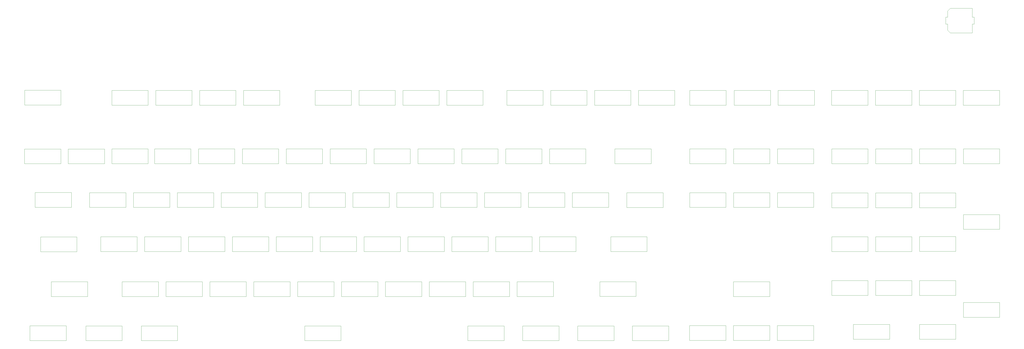
<source format=gbr>
%TF.GenerationSoftware,KiCad,Pcbnew,(5.1.10)-1*%
%TF.CreationDate,2021-09-27T00:49:37+10:00*%
%TF.ProjectId,RedPyKeeb_mainboard,52656450-794b-4656-9562-5f6d61696e62,rev?*%
%TF.SameCoordinates,Original*%
%TF.FileFunction,Other,User*%
%FSLAX46Y46*%
G04 Gerber Fmt 4.6, Leading zero omitted, Abs format (unit mm)*
G04 Created by KiCad (PCBNEW (5.1.10)-1) date 2021-09-27 00:49:37*
%MOMM*%
%LPD*%
G01*
G04 APERTURE LIST*
%ADD10C,0.050000*%
G04 APERTURE END LIST*
D10*
%TO.C,K19\u002C6*%
X447750600Y-155995600D02*
X447750600Y-149495600D01*
X447750600Y-149495600D02*
X431770600Y-149495600D01*
X431770600Y-149495600D02*
X431770600Y-155995600D01*
X431770600Y-155995600D02*
X447750600Y-155995600D01*
%TO.C,C6*%
X435688700Y-30774600D02*
X435688700Y-26874600D01*
X435688700Y-26874600D02*
X436538700Y-26874600D01*
X436538700Y-26874600D02*
X436538700Y-23874600D01*
X436538700Y-23874600D02*
X435688700Y-23874600D01*
X435688700Y-23874600D02*
X435688700Y-19974600D01*
X426038700Y-19974600D02*
X435688700Y-19974600D01*
X426038700Y-30774600D02*
X435688700Y-30774600D01*
X424888700Y-21124600D02*
X426038700Y-19974600D01*
X424888700Y-29624600D02*
X426038700Y-30774600D01*
X424888700Y-29624600D02*
X424888700Y-26874600D01*
X424888700Y-23874600D02*
X424888700Y-21124600D01*
X424888700Y-26874600D02*
X424038700Y-26874600D01*
X424038700Y-26874600D02*
X424038700Y-23874600D01*
X424038700Y-23874600D02*
X424888700Y-23874600D01*
%TO.C,K7\u002C0*%
X201202960Y-62587100D02*
X201202960Y-56087100D01*
X201202960Y-56087100D02*
X185222960Y-56087100D01*
X185222960Y-56087100D02*
X185222960Y-62587100D01*
X185222960Y-62587100D02*
X201202960Y-62587100D01*
%TO.C,K12\u002C3*%
X292658200Y-127052300D02*
X292658200Y-120552300D01*
X292658200Y-120552300D02*
X276678200Y-120552300D01*
X276678200Y-120552300D02*
X276678200Y-127052300D01*
X276678200Y-127052300D02*
X292658200Y-127052300D01*
%TO.C,K16\u002C1*%
X365962600Y-88368100D02*
X365962600Y-81868100D01*
X365962600Y-81868100D02*
X349982600Y-81868100D01*
X349982600Y-81868100D02*
X349982600Y-88368100D01*
X349982600Y-88368100D02*
X365962600Y-88368100D01*
%TO.C,K14\u002C1*%
X327354600Y-88368100D02*
X327354600Y-81868100D01*
X327354600Y-81868100D02*
X311374600Y-81868100D01*
X311374600Y-81868100D02*
X311374600Y-88368100D01*
X311374600Y-88368100D02*
X327354600Y-88368100D01*
%TO.C,K3\u002C2*%
X102031200Y-107608600D02*
X102031200Y-101108600D01*
X102031200Y-101108600D02*
X86051200Y-101108600D01*
X86051200Y-101108600D02*
X86051200Y-107608600D01*
X86051200Y-107608600D02*
X102031200Y-107608600D01*
%TO.C,K8\u002C0*%
X220506960Y-62587100D02*
X220506960Y-56087100D01*
X220506960Y-56087100D02*
X204526960Y-56087100D01*
X204526960Y-56087100D02*
X204526960Y-62587100D01*
X204526960Y-62587100D02*
X220506960Y-62587100D01*
%TO.C,K0\u002C2*%
X39483700Y-107583200D02*
X39483700Y-101083200D01*
X39483700Y-101083200D02*
X23503700Y-101083200D01*
X23503700Y-101083200D02*
X23503700Y-107583200D01*
X23503700Y-107583200D02*
X39483700Y-107583200D01*
%TO.C,K18\u002C4*%
X428446600Y-126976100D02*
X428446600Y-120476100D01*
X428446600Y-120476100D02*
X412466600Y-120476100D01*
X412466600Y-120476100D02*
X412466600Y-126976100D01*
X412466600Y-126976100D02*
X428446600Y-126976100D01*
%TO.C,K10\u002C3*%
X242048700Y-127039600D02*
X242048700Y-120539600D01*
X242048700Y-120539600D02*
X226068700Y-120539600D01*
X226068700Y-120539600D02*
X226068700Y-127039600D01*
X226068700Y-127039600D02*
X242048700Y-127039600D01*
%TO.C,K13\u002C1*%
X294499700Y-88317300D02*
X294499700Y-81817300D01*
X294499700Y-81817300D02*
X278519700Y-81817300D01*
X278519700Y-81817300D02*
X278519700Y-88317300D01*
X278519700Y-88317300D02*
X294499700Y-88317300D01*
%TO.C,K19\u002C4*%
X447750600Y-117260600D02*
X447750600Y-110760600D01*
X447750600Y-110760600D02*
X431770600Y-110760600D01*
X431770600Y-110760600D02*
X431770600Y-117260600D01*
X431770600Y-117260600D02*
X447750600Y-117260600D01*
%TO.C,K11\u002C4*%
X287832200Y-146800800D02*
X287832200Y-140300800D01*
X287832200Y-140300800D02*
X271852200Y-140300800D01*
X271852200Y-140300800D02*
X271852200Y-146800800D01*
X271852200Y-146800800D02*
X287832200Y-146800800D01*
%TO.C,K0\u002C0*%
X34848200Y-62536300D02*
X34848200Y-56036300D01*
X34848200Y-56036300D02*
X18868200Y-56036300D01*
X18868200Y-56036300D02*
X18868200Y-62536300D01*
X18868200Y-62536300D02*
X34848200Y-62536300D01*
%TO.C,K0\u002C1*%
X34784700Y-88380800D02*
X34784700Y-81880800D01*
X34784700Y-81880800D02*
X18804700Y-81880800D01*
X18804700Y-81880800D02*
X18804700Y-88380800D01*
X18804700Y-88380800D02*
X34784700Y-88380800D01*
%TO.C,K0\u002C5*%
X37197700Y-166231800D02*
X37197700Y-159731800D01*
X37197700Y-159731800D02*
X21217700Y-159731800D01*
X21217700Y-159731800D02*
X21217700Y-166231800D01*
X21217700Y-166231800D02*
X37197700Y-166231800D01*
%TO.C,K0\u002C4*%
X46595700Y-146864300D02*
X46595700Y-140364300D01*
X46595700Y-140364300D02*
X30615700Y-140364300D01*
X30615700Y-140364300D02*
X30615700Y-146864300D01*
X30615700Y-146864300D02*
X46595700Y-146864300D01*
%TO.C,K0\u002C3*%
X41871300Y-127090400D02*
X41871300Y-120590400D01*
X41871300Y-120590400D02*
X25891300Y-120590400D01*
X25891300Y-120590400D02*
X25891300Y-127090400D01*
X25891300Y-127090400D02*
X41871300Y-127090400D01*
%TO.C,K1\u002C4*%
X77710700Y-146851600D02*
X77710700Y-140351600D01*
X77710700Y-140351600D02*
X61730700Y-140351600D01*
X61730700Y-140351600D02*
X61730700Y-146851600D01*
X61730700Y-146851600D02*
X77710700Y-146851600D01*
%TO.C,K1\u002C5*%
X61772200Y-166282600D02*
X61772200Y-159782600D01*
X61772200Y-159782600D02*
X45792200Y-159782600D01*
X45792200Y-159782600D02*
X45792200Y-166282600D01*
X45792200Y-166282600D02*
X61772200Y-166282600D01*
%TO.C,K1\u002C3*%
X68312700Y-127039600D02*
X68312700Y-120539600D01*
X68312700Y-120539600D02*
X52332700Y-120539600D01*
X52332700Y-120539600D02*
X52332700Y-127039600D01*
X52332700Y-127039600D02*
X68312700Y-127039600D01*
%TO.C,K1\u002C2*%
X63423200Y-107608600D02*
X63423200Y-101108600D01*
X63423200Y-101108600D02*
X47443200Y-101108600D01*
X47443200Y-101108600D02*
X47443200Y-107608600D01*
X47443200Y-107608600D02*
X63423200Y-107608600D01*
%TO.C,K1\u002C1*%
X53999800Y-88380800D02*
X53999800Y-81880800D01*
X53999800Y-81880800D02*
X38019800Y-81880800D01*
X38019800Y-81880800D02*
X38019800Y-88380800D01*
X38019800Y-88380800D02*
X53999800Y-88380800D01*
%TO.C,K1\u002C0*%
X73186960Y-62587100D02*
X73186960Y-56087100D01*
X73186960Y-56087100D02*
X57206960Y-56087100D01*
X57206960Y-56087100D02*
X57206960Y-62587100D01*
X57206960Y-62587100D02*
X73186960Y-62587100D01*
%TO.C,K2\u002C5*%
X86156200Y-166282600D02*
X86156200Y-159782600D01*
X86156200Y-159782600D02*
X70176200Y-159782600D01*
X70176200Y-159782600D02*
X70176200Y-166282600D01*
X70176200Y-166282600D02*
X86156200Y-166282600D01*
%TO.C,K2\u002C3*%
X87616700Y-127039600D02*
X87616700Y-120539600D01*
X87616700Y-120539600D02*
X71636700Y-120539600D01*
X71636700Y-120539600D02*
X71636700Y-127039600D01*
X71636700Y-127039600D02*
X87616700Y-127039600D01*
%TO.C,K2\u002C1*%
X73202200Y-88368100D02*
X73202200Y-81868100D01*
X73202200Y-81868100D02*
X57222200Y-81868100D01*
X57222200Y-81868100D02*
X57222200Y-88368100D01*
X57222200Y-88368100D02*
X73202200Y-88368100D01*
%TO.C,K2\u002C4*%
X97014700Y-146851600D02*
X97014700Y-140351600D01*
X97014700Y-140351600D02*
X81034700Y-140351600D01*
X81034700Y-140351600D02*
X81034700Y-146851600D01*
X81034700Y-146851600D02*
X97014700Y-146851600D01*
%TO.C,K2\u002C2*%
X82727200Y-107608600D02*
X82727200Y-101108600D01*
X82727200Y-101108600D02*
X66747200Y-101108600D01*
X66747200Y-101108600D02*
X66747200Y-107608600D01*
X66747200Y-107608600D02*
X82727200Y-107608600D01*
%TO.C,K2\u002C0*%
X92490960Y-62587100D02*
X92490960Y-56087100D01*
X92490960Y-56087100D02*
X76510960Y-56087100D01*
X76510960Y-56087100D02*
X76510960Y-62587100D01*
X76510960Y-62587100D02*
X92490960Y-62587100D01*
%TO.C,K3\u002C5*%
X158038200Y-166282600D02*
X158038200Y-159782600D01*
X158038200Y-159782600D02*
X142058200Y-159782600D01*
X142058200Y-159782600D02*
X142058200Y-166282600D01*
X142058200Y-166282600D02*
X158038200Y-166282600D01*
%TO.C,K3\u002C4*%
X116318700Y-146851600D02*
X116318700Y-140351600D01*
X116318700Y-140351600D02*
X100338700Y-140351600D01*
X100338700Y-140351600D02*
X100338700Y-146851600D01*
X100338700Y-146851600D02*
X116318700Y-146851600D01*
%TO.C,K3\u002C1*%
X91998200Y-88368100D02*
X91998200Y-81868100D01*
X91998200Y-81868100D02*
X76018200Y-81868100D01*
X76018200Y-81868100D02*
X76018200Y-88368100D01*
X76018200Y-88368100D02*
X91998200Y-88368100D01*
%TO.C,K3\u002C0*%
X111794960Y-62587100D02*
X111794960Y-56087100D01*
X111794960Y-56087100D02*
X95814960Y-56087100D01*
X95814960Y-56087100D02*
X95814960Y-62587100D01*
X95814960Y-62587100D02*
X111794960Y-62587100D01*
%TO.C,K3\u002C3*%
X106920700Y-127039600D02*
X106920700Y-120539600D01*
X106920700Y-120539600D02*
X90940700Y-120539600D01*
X90940700Y-120539600D02*
X90940700Y-127039600D01*
X90940700Y-127039600D02*
X106920700Y-127039600D01*
%TO.C,K4\u002C1*%
X111302200Y-88368100D02*
X111302200Y-81868100D01*
X111302200Y-81868100D02*
X95322200Y-81868100D01*
X95322200Y-81868100D02*
X95322200Y-88368100D01*
X95322200Y-88368100D02*
X111302200Y-88368100D01*
%TO.C,K4\u002C2*%
X121335200Y-107608600D02*
X121335200Y-101108600D01*
X121335200Y-101108600D02*
X105355200Y-101108600D01*
X105355200Y-101108600D02*
X105355200Y-107608600D01*
X105355200Y-107608600D02*
X121335200Y-107608600D01*
%TO.C,K4\u002C3*%
X126224700Y-127039600D02*
X126224700Y-120539600D01*
X126224700Y-120539600D02*
X110244700Y-120539600D01*
X110244700Y-120539600D02*
X110244700Y-127039600D01*
X110244700Y-127039600D02*
X126224700Y-127039600D01*
%TO.C,K4\u002C4*%
X135622700Y-146851600D02*
X135622700Y-140351600D01*
X135622700Y-140351600D02*
X119642700Y-140351600D01*
X119642700Y-140351600D02*
X119642700Y-146851600D01*
X119642700Y-146851600D02*
X135622700Y-146851600D01*
%TO.C,K4\u002C0*%
X131098960Y-62587100D02*
X131098960Y-56087100D01*
X131098960Y-56087100D02*
X115118960Y-56087100D01*
X115118960Y-56087100D02*
X115118960Y-62587100D01*
X115118960Y-62587100D02*
X131098960Y-62587100D01*
%TO.C,K5\u002C0*%
X162594960Y-62587100D02*
X162594960Y-56087100D01*
X162594960Y-56087100D02*
X146614960Y-56087100D01*
X146614960Y-56087100D02*
X146614960Y-62587100D01*
X146614960Y-62587100D02*
X162594960Y-62587100D01*
%TO.C,K5\u002C2*%
X140639200Y-107608600D02*
X140639200Y-101108600D01*
X140639200Y-101108600D02*
X124659200Y-101108600D01*
X124659200Y-101108600D02*
X124659200Y-107608600D01*
X124659200Y-107608600D02*
X140639200Y-107608600D01*
%TO.C,K5\u002C1*%
X130606200Y-88368100D02*
X130606200Y-81868100D01*
X130606200Y-81868100D02*
X114626200Y-81868100D01*
X114626200Y-81868100D02*
X114626200Y-88368100D01*
X114626200Y-88368100D02*
X130606200Y-88368100D01*
%TO.C,K5\u002C3*%
X145528700Y-127039600D02*
X145528700Y-120539600D01*
X145528700Y-120539600D02*
X129548700Y-120539600D01*
X129548700Y-120539600D02*
X129548700Y-127039600D01*
X129548700Y-127039600D02*
X145528700Y-127039600D01*
%TO.C,K5\u002C4*%
X154926700Y-146851600D02*
X154926700Y-140351600D01*
X154926700Y-140351600D02*
X138946700Y-140351600D01*
X138946700Y-140351600D02*
X138946700Y-146851600D01*
X138946700Y-146851600D02*
X154926700Y-146851600D01*
%TO.C,K6\u002C3*%
X164832700Y-127039600D02*
X164832700Y-120539600D01*
X164832700Y-120539600D02*
X148852700Y-120539600D01*
X148852700Y-120539600D02*
X148852700Y-127039600D01*
X148852700Y-127039600D02*
X164832700Y-127039600D01*
%TO.C,K6\u002C4*%
X174230700Y-146851600D02*
X174230700Y-140351600D01*
X174230700Y-140351600D02*
X158250700Y-140351600D01*
X158250700Y-140351600D02*
X158250700Y-146851600D01*
X158250700Y-146851600D02*
X174230700Y-146851600D01*
%TO.C,K6\u002C1*%
X149910200Y-88368100D02*
X149910200Y-81868100D01*
X149910200Y-81868100D02*
X133930200Y-81868100D01*
X133930200Y-81868100D02*
X133930200Y-88368100D01*
X133930200Y-88368100D02*
X149910200Y-88368100D01*
%TO.C,K6\u002C2*%
X159943200Y-107608600D02*
X159943200Y-101108600D01*
X159943200Y-101108600D02*
X143963200Y-101108600D01*
X143963200Y-101108600D02*
X143963200Y-107608600D01*
X143963200Y-107608600D02*
X159943200Y-107608600D01*
%TO.C,K6\u002C0*%
X181898960Y-62587100D02*
X181898960Y-56087100D01*
X181898960Y-56087100D02*
X165918960Y-56087100D01*
X165918960Y-56087100D02*
X165918960Y-62587100D01*
X165918960Y-62587100D02*
X181898960Y-62587100D01*
%TO.C,K7\u002C2*%
X179247200Y-107608600D02*
X179247200Y-101108600D01*
X179247200Y-101108600D02*
X163267200Y-101108600D01*
X163267200Y-101108600D02*
X163267200Y-107608600D01*
X163267200Y-107608600D02*
X179247200Y-107608600D01*
%TO.C,K7\u002C1*%
X169214200Y-88368100D02*
X169214200Y-81868100D01*
X169214200Y-81868100D02*
X153234200Y-81868100D01*
X153234200Y-81868100D02*
X153234200Y-88368100D01*
X153234200Y-88368100D02*
X169214200Y-88368100D01*
%TO.C,K7\u002C3*%
X184136700Y-127039600D02*
X184136700Y-120539600D01*
X184136700Y-120539600D02*
X168156700Y-120539600D01*
X168156700Y-120539600D02*
X168156700Y-127039600D01*
X168156700Y-127039600D02*
X184136700Y-127039600D01*
%TO.C,K7\u002C4*%
X193534700Y-146851600D02*
X193534700Y-140351600D01*
X193534700Y-140351600D02*
X177554700Y-140351600D01*
X177554700Y-140351600D02*
X177554700Y-146851600D01*
X177554700Y-146851600D02*
X193534700Y-146851600D01*
%TO.C,K8\u002C1*%
X188518200Y-88368100D02*
X188518200Y-81868100D01*
X188518200Y-81868100D02*
X172538200Y-81868100D01*
X172538200Y-81868100D02*
X172538200Y-88368100D01*
X172538200Y-88368100D02*
X188518200Y-88368100D01*
%TO.C,K8\u002C3*%
X203440700Y-127039600D02*
X203440700Y-120539600D01*
X203440700Y-120539600D02*
X187460700Y-120539600D01*
X187460700Y-120539600D02*
X187460700Y-127039600D01*
X187460700Y-127039600D02*
X203440700Y-127039600D01*
%TO.C,K8\u002C4*%
X212838700Y-146851600D02*
X212838700Y-140351600D01*
X212838700Y-140351600D02*
X196858700Y-140351600D01*
X196858700Y-140351600D02*
X196858700Y-146851600D01*
X196858700Y-146851600D02*
X212838700Y-146851600D01*
%TO.C,K8\u002C5*%
X229767800Y-166282600D02*
X229767800Y-159782600D01*
X229767800Y-159782600D02*
X213787800Y-159782600D01*
X213787800Y-159782600D02*
X213787800Y-166282600D01*
X213787800Y-166282600D02*
X229767800Y-166282600D01*
%TO.C,K8\u002C2*%
X198551200Y-107608600D02*
X198551200Y-101108600D01*
X198551200Y-101108600D02*
X182571200Y-101108600D01*
X182571200Y-101108600D02*
X182571200Y-107608600D01*
X182571200Y-107608600D02*
X198551200Y-107608600D01*
%TO.C,K9\u002C0*%
X246922960Y-62587100D02*
X246922960Y-56087100D01*
X246922960Y-56087100D02*
X230942960Y-56087100D01*
X230942960Y-56087100D02*
X230942960Y-62587100D01*
X230942960Y-62587100D02*
X246922960Y-62587100D01*
%TO.C,K9\u002C5*%
X253923200Y-166282600D02*
X253923200Y-159782600D01*
X253923200Y-159782600D02*
X237943200Y-159782600D01*
X237943200Y-159782600D02*
X237943200Y-166282600D01*
X237943200Y-166282600D02*
X253923200Y-166282600D01*
%TO.C,K9\u002C1*%
X207822200Y-88368100D02*
X207822200Y-81868100D01*
X207822200Y-81868100D02*
X191842200Y-81868100D01*
X191842200Y-81868100D02*
X191842200Y-88368100D01*
X191842200Y-88368100D02*
X207822200Y-88368100D01*
%TO.C,K9\u002C2*%
X217855200Y-107608600D02*
X217855200Y-101108600D01*
X217855200Y-101108600D02*
X201875200Y-101108600D01*
X201875200Y-101108600D02*
X201875200Y-107608600D01*
X201875200Y-107608600D02*
X217855200Y-107608600D01*
%TO.C,K9\u002C4*%
X232142700Y-146851600D02*
X232142700Y-140351600D01*
X232142700Y-140351600D02*
X216162700Y-140351600D01*
X216162700Y-140351600D02*
X216162700Y-146851600D01*
X216162700Y-146851600D02*
X232142700Y-146851600D01*
%TO.C,K9\u002C3*%
X222744700Y-127039600D02*
X222744700Y-120539600D01*
X222744700Y-120539600D02*
X206764700Y-120539600D01*
X206764700Y-120539600D02*
X206764700Y-127039600D01*
X206764700Y-127039600D02*
X222744700Y-127039600D01*
%TO.C,K10\u002C2*%
X237159200Y-107608600D02*
X237159200Y-101108600D01*
X237159200Y-101108600D02*
X221179200Y-101108600D01*
X221179200Y-101108600D02*
X221179200Y-107608600D01*
X221179200Y-107608600D02*
X237159200Y-107608600D01*
%TO.C,K10\u002C0*%
X266226960Y-62587100D02*
X266226960Y-56087100D01*
X266226960Y-56087100D02*
X250246960Y-56087100D01*
X250246960Y-56087100D02*
X250246960Y-62587100D01*
X250246960Y-62587100D02*
X266226960Y-62587100D01*
%TO.C,K10\u002C5*%
X278116700Y-166282600D02*
X278116700Y-159782600D01*
X278116700Y-159782600D02*
X262136700Y-159782600D01*
X262136700Y-159782600D02*
X262136700Y-166282600D01*
X262136700Y-166282600D02*
X278116700Y-166282600D01*
%TO.C,K10\u002C1*%
X227126200Y-88368100D02*
X227126200Y-81868100D01*
X227126200Y-81868100D02*
X211146200Y-81868100D01*
X211146200Y-81868100D02*
X211146200Y-88368100D01*
X211146200Y-88368100D02*
X227126200Y-88368100D01*
%TO.C,K10\u002C4*%
X251446700Y-146851600D02*
X251446700Y-140351600D01*
X251446700Y-140351600D02*
X235466700Y-140351600D01*
X235466700Y-140351600D02*
X235466700Y-146851600D01*
X235466700Y-146851600D02*
X251446700Y-146851600D01*
%TO.C,K11\u002C3*%
X261352700Y-127039600D02*
X261352700Y-120539600D01*
X261352700Y-120539600D02*
X245372700Y-120539600D01*
X245372700Y-120539600D02*
X245372700Y-127039600D01*
X245372700Y-127039600D02*
X261352700Y-127039600D01*
%TO.C,K11\u002C2*%
X256463200Y-107608600D02*
X256463200Y-101108600D01*
X256463200Y-101108600D02*
X240483200Y-101108600D01*
X240483200Y-101108600D02*
X240483200Y-107608600D01*
X240483200Y-107608600D02*
X256463200Y-107608600D01*
%TO.C,K11\u002C5*%
X302183200Y-166282600D02*
X302183200Y-159782600D01*
X302183200Y-159782600D02*
X286203200Y-159782600D01*
X286203200Y-159782600D02*
X286203200Y-166282600D01*
X286203200Y-166282600D02*
X302183200Y-166282600D01*
%TO.C,K11\u002C1*%
X246430200Y-88368100D02*
X246430200Y-81868100D01*
X246430200Y-81868100D02*
X230450200Y-81868100D01*
X230450200Y-81868100D02*
X230450200Y-88368100D01*
X230450200Y-88368100D02*
X246430200Y-88368100D01*
%TO.C,K11\u002C0*%
X285530960Y-62587100D02*
X285530960Y-56087100D01*
X285530960Y-56087100D02*
X269550960Y-56087100D01*
X269550960Y-56087100D02*
X269550960Y-62587100D01*
X269550960Y-62587100D02*
X285530960Y-62587100D01*
%TO.C,K12\u002C2*%
X275767200Y-107608600D02*
X275767200Y-101108600D01*
X275767200Y-101108600D02*
X259787200Y-101108600D01*
X259787200Y-101108600D02*
X259787200Y-107608600D01*
X259787200Y-107608600D02*
X275767200Y-107608600D01*
%TO.C,K12\u002C0*%
X304834960Y-62587100D02*
X304834960Y-56087100D01*
X304834960Y-56087100D02*
X288854960Y-56087100D01*
X288854960Y-56087100D02*
X288854960Y-62587100D01*
X288854960Y-62587100D02*
X304834960Y-62587100D01*
%TO.C,K12\u002C1*%
X265734200Y-88368100D02*
X265734200Y-81868100D01*
X265734200Y-81868100D02*
X249754200Y-81868100D01*
X249754200Y-81868100D02*
X249754200Y-88368100D01*
X249754200Y-88368100D02*
X265734200Y-88368100D01*
%TO.C,K13\u002C2*%
X299706700Y-107621300D02*
X299706700Y-101121300D01*
X299706700Y-101121300D02*
X283726700Y-101121300D01*
X283726700Y-101121300D02*
X283726700Y-107621300D01*
X283726700Y-107621300D02*
X299706700Y-107621300D01*
%TO.C,K14\u002C6*%
X327291100Y-166155600D02*
X327291100Y-159655600D01*
X327291100Y-159655600D02*
X311311100Y-159655600D01*
X311311100Y-159655600D02*
X311311100Y-166155600D01*
X311311100Y-166155600D02*
X327291100Y-166155600D01*
%TO.C,K14\u002C3*%
X327354600Y-107608600D02*
X327354600Y-101108600D01*
X327354600Y-101108600D02*
X311374600Y-101108600D01*
X311374600Y-101108600D02*
X311374600Y-107608600D01*
X311374600Y-107608600D02*
X327354600Y-107608600D01*
%TO.C,K14\u002C0*%
X327405400Y-62587100D02*
X327405400Y-56087100D01*
X327405400Y-56087100D02*
X311425400Y-56087100D01*
X311425400Y-56087100D02*
X311425400Y-62587100D01*
X311425400Y-62587100D02*
X327405400Y-62587100D01*
%TO.C,K15\u002C6*%
X346595100Y-166155600D02*
X346595100Y-159655600D01*
X346595100Y-159655600D02*
X330615100Y-159655600D01*
X330615100Y-159655600D02*
X330615100Y-166155600D01*
X330615100Y-166155600D02*
X346595100Y-166155600D01*
%TO.C,K15\u002C3*%
X346658600Y-107608600D02*
X346658600Y-101108600D01*
X346658600Y-101108600D02*
X330678600Y-101108600D01*
X330678600Y-101108600D02*
X330678600Y-107608600D01*
X330678600Y-107608600D02*
X346658600Y-107608600D01*
%TO.C,K15\u002C5*%
X346595100Y-146851600D02*
X346595100Y-140351600D01*
X346595100Y-140351600D02*
X330615100Y-140351600D01*
X330615100Y-140351600D02*
X330615100Y-146851600D01*
X330615100Y-146851600D02*
X346595100Y-146851600D01*
%TO.C,K15\u002C1*%
X346658600Y-88368100D02*
X346658600Y-81868100D01*
X346658600Y-81868100D02*
X330678600Y-81868100D01*
X330678600Y-81868100D02*
X330678600Y-88368100D01*
X330678600Y-88368100D02*
X346658600Y-88368100D01*
%TO.C,K15\u002C0*%
X346963400Y-62587100D02*
X346963400Y-56087100D01*
X346963400Y-56087100D02*
X330983400Y-56087100D01*
X330983400Y-56087100D02*
X330983400Y-62587100D01*
X330983400Y-62587100D02*
X346963400Y-62587100D01*
%TO.C,K16\u002C4*%
X389838600Y-127039600D02*
X389838600Y-120539600D01*
X389838600Y-120539600D02*
X373858600Y-120539600D01*
X373858600Y-120539600D02*
X373858600Y-127039600D01*
X373858600Y-127039600D02*
X389838600Y-127039600D01*
%TO.C,K16\u002C5*%
X389838600Y-146343600D02*
X389838600Y-139843600D01*
X389838600Y-139843600D02*
X373858600Y-139843600D01*
X373858600Y-139843600D02*
X373858600Y-146343600D01*
X373858600Y-146343600D02*
X389838600Y-146343600D01*
%TO.C,K16\u002C3*%
X365962600Y-107608600D02*
X365962600Y-101108600D01*
X365962600Y-101108600D02*
X349982600Y-101108600D01*
X349982600Y-101108600D02*
X349982600Y-107608600D01*
X349982600Y-107608600D02*
X365962600Y-107608600D01*
%TO.C,K16\u002C0*%
X366267400Y-62587100D02*
X366267400Y-56087100D01*
X366267400Y-56087100D02*
X350287400Y-56087100D01*
X350287400Y-56087100D02*
X350287400Y-62587100D01*
X350287400Y-62587100D02*
X366267400Y-62587100D01*
%TO.C,K16\u002C6*%
X365899100Y-166155600D02*
X365899100Y-159655600D01*
X365899100Y-159655600D02*
X349919100Y-159655600D01*
X349919100Y-159655600D02*
X349919100Y-166155600D01*
X349919100Y-166155600D02*
X365899100Y-166155600D01*
%TO.C,K17\u002C6*%
X399363600Y-165647600D02*
X399363600Y-159147600D01*
X399363600Y-159147600D02*
X383383600Y-159147600D01*
X383383600Y-159147600D02*
X383383600Y-165647600D01*
X383383600Y-165647600D02*
X399363600Y-165647600D01*
%TO.C,K17\u002C5*%
X409142600Y-146343600D02*
X409142600Y-139843600D01*
X409142600Y-139843600D02*
X393162600Y-139843600D01*
X393162600Y-139843600D02*
X393162600Y-146343600D01*
X393162600Y-146343600D02*
X409142600Y-146343600D01*
%TO.C,K17\u002C4*%
X409142600Y-127039600D02*
X409142600Y-120539600D01*
X409142600Y-120539600D02*
X393162600Y-120539600D01*
X393162600Y-120539600D02*
X393162600Y-127039600D01*
X393162600Y-127039600D02*
X409142600Y-127039600D01*
%TO.C,K17\u002C3*%
X389838600Y-107735600D02*
X389838600Y-101235600D01*
X389838600Y-101235600D02*
X373858600Y-101235600D01*
X373858600Y-101235600D02*
X373858600Y-107735600D01*
X373858600Y-107735600D02*
X389838600Y-107735600D01*
%TO.C,K17\u002C1*%
X389838600Y-88368100D02*
X389838600Y-81868100D01*
X389838600Y-81868100D02*
X373858600Y-81868100D01*
X373858600Y-81868100D02*
X373858600Y-88368100D01*
X373858600Y-88368100D02*
X389838600Y-88368100D01*
%TO.C,K17\u002C0*%
X389775100Y-62587100D02*
X389775100Y-56087100D01*
X389775100Y-56087100D02*
X373795100Y-56087100D01*
X373795100Y-56087100D02*
X373795100Y-62587100D01*
X373795100Y-62587100D02*
X389775100Y-62587100D01*
%TO.C,K18\u002C6*%
X428446600Y-165647600D02*
X428446600Y-159147600D01*
X428446600Y-159147600D02*
X412466600Y-159147600D01*
X412466600Y-159147600D02*
X412466600Y-165647600D01*
X412466600Y-165647600D02*
X428446600Y-165647600D01*
%TO.C,K18\u002C3*%
X409142600Y-107735600D02*
X409142600Y-101235600D01*
X409142600Y-101235600D02*
X393162600Y-101235600D01*
X393162600Y-101235600D02*
X393162600Y-107735600D01*
X393162600Y-107735600D02*
X409142600Y-107735600D01*
%TO.C,K18\u002C1*%
X409142600Y-88368100D02*
X409142600Y-81868100D01*
X409142600Y-81868100D02*
X393162600Y-81868100D01*
X393162600Y-81868100D02*
X393162600Y-88368100D01*
X393162600Y-88368100D02*
X409142600Y-88368100D01*
%TO.C,K18\u002C5*%
X428446600Y-146343600D02*
X428446600Y-139843600D01*
X428446600Y-139843600D02*
X412466600Y-139843600D01*
X412466600Y-139843600D02*
X412466600Y-146343600D01*
X412466600Y-146343600D02*
X428446600Y-146343600D01*
%TO.C,K19\u002C0*%
X428383100Y-62587100D02*
X428383100Y-56087100D01*
X428383100Y-56087100D02*
X412403100Y-56087100D01*
X412403100Y-56087100D02*
X412403100Y-62587100D01*
X412403100Y-62587100D02*
X428383100Y-62587100D01*
%TO.C,K19\u002C3*%
X428446600Y-107735600D02*
X428446600Y-101235600D01*
X428446600Y-101235600D02*
X412466600Y-101235600D01*
X412466600Y-101235600D02*
X412466600Y-107735600D01*
X412466600Y-107735600D02*
X428446600Y-107735600D01*
%TO.C,K19\u002C1*%
X428446600Y-88368100D02*
X428446600Y-81868100D01*
X428446600Y-81868100D02*
X412466600Y-81868100D01*
X412466600Y-81868100D02*
X412466600Y-88368100D01*
X412466600Y-88368100D02*
X428446600Y-88368100D01*
%TO.C,K20\u002C0*%
X447687100Y-62587100D02*
X447687100Y-56087100D01*
X447687100Y-56087100D02*
X431707100Y-56087100D01*
X431707100Y-56087100D02*
X431707100Y-62587100D01*
X431707100Y-62587100D02*
X447687100Y-62587100D01*
%TO.C,K20\u002C1*%
X447750600Y-88368100D02*
X447750600Y-81868100D01*
X447750600Y-81868100D02*
X431770600Y-81868100D01*
X431770600Y-81868100D02*
X431770600Y-88368100D01*
X431770600Y-88368100D02*
X447750600Y-88368100D01*
%TO.C,K18\u002C0*%
X409079100Y-62574400D02*
X409079100Y-56074400D01*
X409079100Y-56074400D02*
X393099100Y-56074400D01*
X393099100Y-56074400D02*
X393099100Y-62574400D01*
X393099100Y-62574400D02*
X409079100Y-62574400D01*
%TD*%
M02*

</source>
